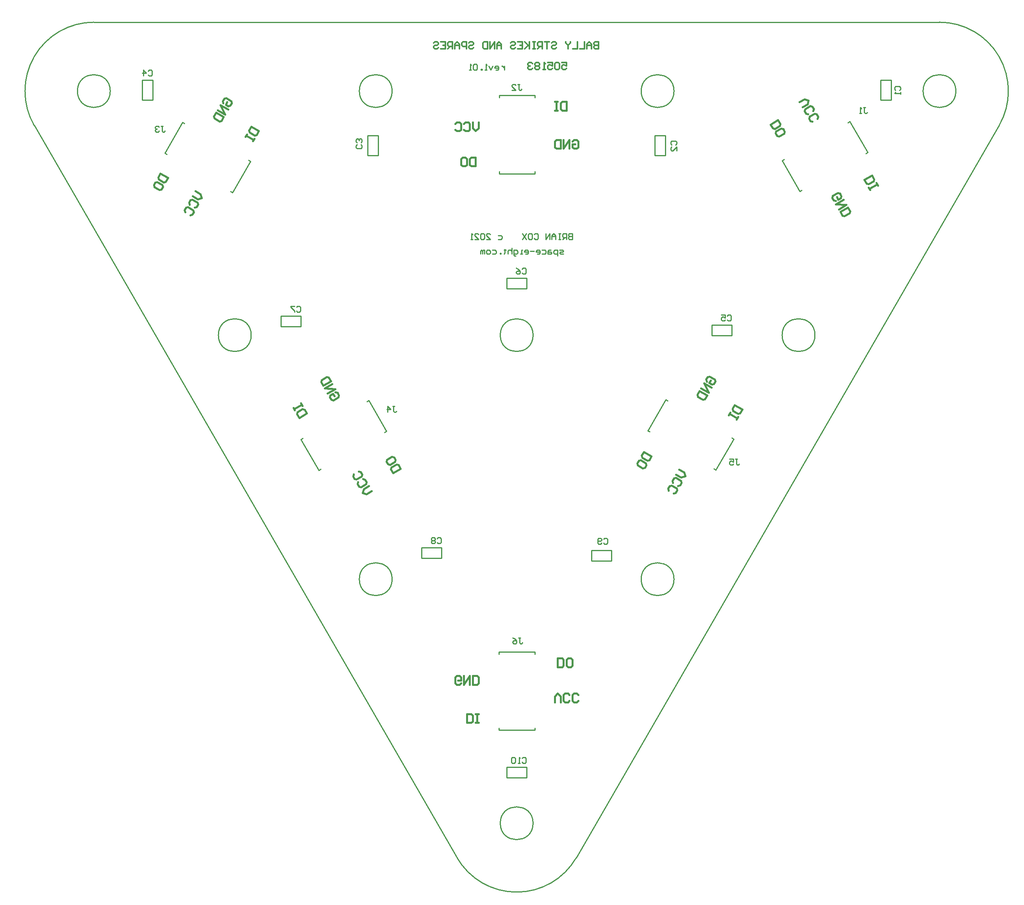
<source format=gbo>
%FSLAX25Y25*%
%MOIN*%
G70*
G01*
G75*
G04 Layer_Color=33789*
%ADD10P,0.08352X4X90.0*%
%ADD11P,0.08352X4X180.0*%
%ADD12C,0.05000*%
%ADD13C,0.02500*%
%ADD14C,0.16500*%
%ADD15C,0.04000*%
%ADD16C,0.12500*%
%ADD17R,0.05000X0.08000*%
%ADD18R,0.08000X0.05000*%
G04:AMPARAMS|DCode=19|XSize=122.05mil|YSize=177.16mil|CornerRadius=0mil|HoleSize=0mil|Usage=FLASHONLY|Rotation=210.000|XOffset=0mil|YOffset=0mil|HoleType=Round|Shape=Rectangle|*
%AMROTATEDRECTD19*
4,1,4,0.00856,0.10723,0.09714,-0.04620,-0.00856,-0.10723,-0.09714,0.04620,0.00856,0.10723,0.0*
%
%ADD19ROTATEDRECTD19*%

G04:AMPARAMS|DCode=20|XSize=122.05mil|YSize=177.16mil|CornerRadius=0mil|HoleSize=0mil|Usage=FLASHONLY|Rotation=150.000|XOffset=0mil|YOffset=0mil|HoleType=Round|Shape=Rectangle|*
%AMROTATEDRECTD20*
4,1,4,0.09714,0.04620,0.00856,-0.10723,-0.09714,-0.04620,-0.00856,0.10723,0.09714,0.04620,0.0*
%
%ADD20ROTATEDRECTD20*%

%ADD21R,0.17716X0.12205*%
%ADD22C,0.01000*%
%ADD23C,0.01200*%
%ADD24C,0.01500*%
D22*
X869122Y379880D02*
G03*
X970897Y379880I50888J29380D01*
G01*
X934010Y825818D02*
G03*
X934010Y825818I-14000J0D01*
G01*
Y409260D02*
G03*
X934010Y409260I-14000J0D01*
G01*
X559260Y1092857D02*
G03*
X508372Y1004717I0J-58760D01*
G01*
X813760Y1034097D02*
G03*
X813760Y1034097I-14000J0D01*
G01*
X573260D02*
G03*
X573260Y1034097I-14000J0D01*
G01*
X693510Y825818D02*
G03*
X693510Y825818I-14000J0D01*
G01*
X813760Y617539D02*
G03*
X813760Y617539I-14000J0D01*
G01*
X1294760Y1034097D02*
G03*
X1294760Y1034097I-14000J0D01*
G01*
X1054260D02*
G03*
X1054260Y1034097I-14000J0D01*
G01*
X1174510Y825818D02*
G03*
X1174510Y825818I-14000J0D01*
G01*
X1054260Y617539D02*
G03*
X1054260Y617539I-14000J0D01*
G01*
X1331647Y1004717D02*
G03*
X1280760Y1092857I-50888J29380D01*
G01*
X911484Y447984D02*
Y457016D01*
Y447984D02*
X928516D01*
Y457016D01*
X911484D02*
X928516D01*
X983984Y632984D02*
Y642016D01*
Y632984D02*
X1001016D01*
Y642016D01*
X983984D02*
X1001016D01*
X856016Y635484D02*
Y644516D01*
X838984D02*
X856016D01*
X838984Y635484D02*
Y644516D01*
Y635484D02*
X856016D01*
X736016Y832984D02*
Y842016D01*
X718984D02*
X736016D01*
X718984Y832984D02*
Y842016D01*
Y832984D02*
X736016D01*
X911484Y865484D02*
Y874516D01*
Y865484D02*
X928516D01*
Y874516D01*
X911484D02*
X928516D01*
X1230484Y1026484D02*
X1239516D01*
Y1043516D01*
X1230484D02*
X1239516D01*
X1230484Y1026484D02*
Y1043516D01*
X1037984Y978984D02*
X1047016D01*
Y996016D01*
X1037984D02*
X1047016D01*
X1037984Y978984D02*
Y996016D01*
X792984Y978984D02*
X802016D01*
Y996016D01*
X792984D02*
X802016D01*
X792984Y978984D02*
Y996016D01*
X600484Y1043516D02*
X609516D01*
X600484Y1026484D02*
Y1043516D01*
Y1026484D02*
X609516D01*
Y1043516D01*
X1086484Y825484D02*
Y834516D01*
Y825484D02*
X1103516D01*
Y834516D01*
X1086484D02*
X1103516D01*
X1161617Y948338D02*
X1163322Y949322D01*
X1146362Y974762D02*
X1161617Y948338D01*
X1146362Y974762D02*
X1148066Y975746D01*
X1217875Y980818D02*
X1219580Y981802D01*
X1204324Y1008226D02*
X1219580Y981802D01*
X1202619Y1007242D02*
X1204324Y1008226D01*
X792040Y769304D02*
X793744Y770288D01*
X809000Y743864D01*
X807296Y742880D02*
X809000Y743864D01*
X735782Y736824D02*
X737487Y737808D01*
X735782Y736824D02*
X751038Y710399D01*
X752743Y711384D01*
X1031920Y744303D02*
X1033625Y743318D01*
X1031920Y744303D02*
X1047176Y770726D01*
X1048881Y769742D01*
X1088178Y711822D02*
X1089882Y710838D01*
X1105138Y737262D01*
X1103434Y738246D02*
X1105138Y737262D01*
X905047Y1028370D02*
Y1030339D01*
X935559D01*
Y1028370D02*
Y1030339D01*
X905047Y963409D02*
Y965378D01*
Y963409D02*
X935559D01*
Y965378D01*
X935453Y488658D02*
Y490626D01*
X904941Y488658D02*
X935453D01*
X904941D02*
Y490626D01*
X935453Y553618D02*
Y555587D01*
X904941D02*
X935453D01*
X904941Y553618D02*
Y555587D01*
X619723Y981112D02*
X621428Y980128D01*
X619723Y981112D02*
X634979Y1007536D01*
X636684Y1006552D01*
X675981Y948632D02*
X677686Y947648D01*
X692942Y974072D01*
X691237Y975056D02*
X692942Y974072D01*
X559260Y1092857D02*
X1280760D01*
X508372Y1004717D02*
X869122Y379880D01*
X970897D02*
X1331647Y1004717D01*
X1106668Y719998D02*
X1108334D01*
X1107501D01*
Y715833D01*
X1108334Y715000D01*
X1109167D01*
X1110000Y715833D01*
X1101669Y719998D02*
X1105002D01*
Y717499D01*
X1103335Y718332D01*
X1102502D01*
X1101669Y717499D01*
Y715833D01*
X1102502Y715000D01*
X1104169D01*
X1105002Y715833D01*
X814168Y764998D02*
X815834D01*
X815001D01*
Y760833D01*
X815834Y760000D01*
X816667D01*
X817500Y760833D01*
X810002Y760000D02*
Y764998D01*
X812502Y762499D01*
X809169D01*
X1215709Y1020063D02*
X1217375D01*
X1216542D01*
Y1015897D01*
X1217375Y1015064D01*
X1218208D01*
X1219041Y1015897D01*
X1214043Y1015064D02*
X1212377D01*
X1213210D01*
Y1020063D01*
X1214043Y1019230D01*
X1099668Y842165D02*
X1100501Y842998D01*
X1102167D01*
X1103000Y842165D01*
Y838833D01*
X1102167Y838000D01*
X1100501D01*
X1099668Y838833D01*
X1094669Y842998D02*
X1098002D01*
Y840499D01*
X1096336Y841332D01*
X1095502D01*
X1094669Y840499D01*
Y838833D01*
X1095502Y838000D01*
X1097169D01*
X1098002Y838833D01*
X605668Y1051165D02*
X606501Y1051998D01*
X608167D01*
X609000Y1051165D01*
Y1047833D01*
X608167Y1047000D01*
X606501D01*
X605668Y1047833D01*
X601503Y1047000D02*
Y1051998D01*
X604002Y1049499D01*
X600669D01*
X787165Y988332D02*
X787998Y987499D01*
Y985833D01*
X787165Y985000D01*
X783833D01*
X783000Y985833D01*
Y987499D01*
X783833Y988332D01*
X787165Y989998D02*
X787998Y990831D01*
Y992498D01*
X787165Y993331D01*
X786332D01*
X785499Y992498D01*
Y991665D01*
Y992498D01*
X784666Y993331D01*
X783833D01*
X783000Y992498D01*
Y990831D01*
X783833Y989998D01*
X1052335Y988168D02*
X1051502Y989001D01*
Y990667D01*
X1052335Y991500D01*
X1055667D01*
X1056500Y990667D01*
Y989001D01*
X1055667Y988168D01*
X1056500Y983169D02*
Y986502D01*
X1053168Y983169D01*
X1052335D01*
X1051502Y984002D01*
Y985669D01*
X1052335Y986502D01*
X1243335Y1034668D02*
X1242502Y1035501D01*
Y1037167D01*
X1243335Y1038000D01*
X1246667D01*
X1247500Y1037167D01*
Y1035501D01*
X1246667Y1034668D01*
X1247500Y1033002D02*
Y1031336D01*
Y1032169D01*
X1242502D01*
X1243335Y1033002D01*
X920974Y1039898D02*
X922640D01*
X921807D01*
Y1035733D01*
X922640Y1034900D01*
X923473D01*
X924306Y1035733D01*
X915976Y1034900D02*
X919308D01*
X915976Y1038232D01*
Y1039065D01*
X916809Y1039898D01*
X918475D01*
X919308Y1039065D01*
X924668Y882165D02*
X925501Y882998D01*
X927167D01*
X928000Y882165D01*
Y878833D01*
X927167Y878000D01*
X925501D01*
X924668Y878833D01*
X919669Y882998D02*
X921336Y882165D01*
X923002Y880499D01*
Y878833D01*
X922169Y878000D01*
X920502D01*
X919669Y878833D01*
Y879666D01*
X920502Y880499D01*
X923002D01*
X732168Y849665D02*
X733001Y850498D01*
X734667D01*
X735500Y849665D01*
Y846333D01*
X734667Y845500D01*
X733001D01*
X732168Y846333D01*
X730502Y850498D02*
X727169D01*
Y849665D01*
X730502Y846333D01*
Y845500D01*
X852168Y652165D02*
X853001Y652998D01*
X854667D01*
X855500Y652165D01*
Y648833D01*
X854667Y648000D01*
X853001D01*
X852168Y648833D01*
X850502Y652165D02*
X849669Y652998D01*
X848002D01*
X847169Y652165D01*
Y651332D01*
X848002Y650499D01*
X847169Y649666D01*
Y648833D01*
X848002Y648000D01*
X849669D01*
X850502Y648833D01*
Y649666D01*
X849669Y650499D01*
X850502Y651332D01*
Y652165D01*
X849669Y650499D02*
X848002D01*
X994168Y651665D02*
X995001Y652498D01*
X996667D01*
X997500Y651665D01*
Y648333D01*
X996667Y647500D01*
X995001D01*
X994168Y648333D01*
X992502D02*
X991669Y647500D01*
X990002D01*
X989169Y648333D01*
Y651665D01*
X990002Y652498D01*
X991669D01*
X992502Y651665D01*
Y650832D01*
X991669Y649999D01*
X989169D01*
X924668Y464665D02*
X925501Y465498D01*
X927167D01*
X928000Y464665D01*
Y461333D01*
X927167Y460500D01*
X925501D01*
X924668Y461333D01*
X923002Y460500D02*
X921336D01*
X922169D01*
Y465498D01*
X923002Y464665D01*
X918836D02*
X918003Y465498D01*
X916337D01*
X915504Y464665D01*
Y461333D01*
X916337Y460500D01*
X918003D01*
X918836Y461333D01*
Y464665D01*
X921668Y567498D02*
X923334D01*
X922501D01*
Y563333D01*
X923334Y562500D01*
X924167D01*
X925000Y563333D01*
X916669Y567498D02*
X918336Y566665D01*
X920002Y564999D01*
Y563333D01*
X919169Y562500D01*
X917502D01*
X916669Y563333D01*
Y564166D01*
X917502Y564999D01*
X920002D01*
X616568Y1004298D02*
X618234D01*
X617401D01*
Y1000133D01*
X618234Y999300D01*
X619067D01*
X619900Y1000133D01*
X614902Y1003465D02*
X614069Y1004298D01*
X612402D01*
X611569Y1003465D01*
Y1002632D01*
X612402Y1001799D01*
X613236D01*
X612402D01*
X611569Y1000966D01*
Y1000133D01*
X612402Y999300D01*
X614069D01*
X614902Y1000133D01*
X960000Y895000D02*
X957501D01*
X956668Y895833D01*
X957501Y896666D01*
X959167D01*
X960000Y897499D01*
X959167Y898332D01*
X956668D01*
X955002Y893334D02*
Y898332D01*
X952502D01*
X951669Y897499D01*
Y895833D01*
X952502Y895000D01*
X955002D01*
X949170Y898332D02*
X947504D01*
X946671Y897499D01*
Y895000D01*
X949170D01*
X950003Y895833D01*
X949170Y896666D01*
X946671D01*
X941673Y898332D02*
X944172D01*
X945005Y897499D01*
Y895833D01*
X944172Y895000D01*
X941673D01*
X937507D02*
X939173D01*
X940007Y895833D01*
Y897499D01*
X939173Y898332D01*
X937507D01*
X936674Y897499D01*
Y896666D01*
X940007D01*
X935008Y897499D02*
X931676D01*
X927511Y895000D02*
X929177D01*
X930010Y895833D01*
Y897499D01*
X929177Y898332D01*
X927511D01*
X926678Y897499D01*
Y896666D01*
X930010D01*
X925011Y895000D02*
X923345D01*
X924178D01*
Y898332D01*
X925011D01*
X919180Y893334D02*
X918347D01*
X917514Y894167D01*
Y898332D01*
X920013D01*
X920846Y897499D01*
Y895833D01*
X920013Y895000D01*
X917514D01*
X915848Y899998D02*
Y895000D01*
Y897499D01*
X915015Y898332D01*
X913348D01*
X912515Y897499D01*
Y895000D01*
X910016Y899165D02*
Y898332D01*
X910849D01*
X909183D01*
X910016D01*
Y895833D01*
X909183Y895000D01*
X906684D02*
Y895833D01*
X905851D01*
Y895000D01*
X906684D01*
X899186Y898332D02*
X901686D01*
X902519Y897499D01*
Y895833D01*
X901686Y895000D01*
X899186D01*
X896687D02*
X895021D01*
X894188Y895833D01*
Y897499D01*
X895021Y898332D01*
X896687D01*
X897520Y897499D01*
Y895833D01*
X896687Y895000D01*
X892522D02*
Y898332D01*
X891689D01*
X890856Y897499D01*
Y895000D01*
Y897499D01*
X890023Y898332D01*
X889190Y897499D01*
Y895000D01*
X909619Y1055336D02*
Y1052004D01*
Y1053670D01*
X908786Y1054503D01*
X907953Y1055336D01*
X907120D01*
X902122Y1052004D02*
X903788D01*
X904621Y1052837D01*
Y1054503D01*
X903788Y1055336D01*
X902122D01*
X901289Y1054503D01*
Y1053670D01*
X904621D01*
X899623Y1055336D02*
X897956Y1052004D01*
X896290Y1055336D01*
X894624Y1052004D02*
X892958D01*
X893791D01*
Y1057002D01*
X894624Y1056169D01*
X890459Y1052004D02*
Y1052837D01*
X889626D01*
Y1052004D01*
X890459D01*
X886294Y1056169D02*
X885460Y1057002D01*
X883794D01*
X882961Y1056169D01*
Y1052837D01*
X883794Y1052004D01*
X885460D01*
X886294Y1052837D01*
Y1056169D01*
X881295Y1052004D02*
X879629D01*
X880462D01*
Y1057002D01*
X881295Y1056169D01*
X967500Y912498D02*
Y907500D01*
X965001D01*
X964168Y908333D01*
Y909166D01*
X965001Y909999D01*
X967500D01*
X965001D01*
X964168Y910832D01*
Y911665D01*
X965001Y912498D01*
X967500D01*
X962502Y907500D02*
Y912498D01*
X960002D01*
X959169Y911665D01*
Y909999D01*
X960002Y909166D01*
X962502D01*
X960835D02*
X959169Y907500D01*
X957503Y912498D02*
X955837D01*
X956670D01*
Y907500D01*
X957503D01*
X955837D01*
X953338D02*
Y910832D01*
X951672Y912498D01*
X950006Y910832D01*
Y907500D01*
Y909999D01*
X953338D01*
X948339Y907500D02*
Y912498D01*
X945007Y907500D01*
Y912498D01*
X935011Y911665D02*
X935844Y912498D01*
X937510D01*
X938343Y911665D01*
Y908333D01*
X937510Y907500D01*
X935844D01*
X935011Y908333D01*
X930845Y912498D02*
X932511D01*
X933344Y911665D01*
Y908333D01*
X932511Y907500D01*
X930845D01*
X930012Y908333D01*
Y911665D01*
X930845Y912498D01*
X928346D02*
X925014Y907500D01*
Y912498D02*
X928346Y907500D01*
X904168Y910832D02*
X906667D01*
X907500Y909999D01*
Y908333D01*
X906667Y907500D01*
X904168D01*
X894171D02*
X897503D01*
X894171Y910832D01*
Y911665D01*
X895004Y912498D01*
X896670D01*
X897503Y911665D01*
X892505D02*
X891672Y912498D01*
X890006D01*
X889173Y911665D01*
Y908333D01*
X890006Y907500D01*
X891672D01*
X892505Y908333D01*
Y911665D01*
X884174Y907500D02*
X887506D01*
X884174Y910832D01*
Y911665D01*
X885007Y912498D01*
X886673D01*
X887506Y911665D01*
X882508Y907500D02*
X880842D01*
X881675D01*
Y912498D01*
X882508Y911665D01*
D23*
X990000Y1075998D02*
Y1070000D01*
X987001D01*
X986001Y1071000D01*
Y1071999D01*
X987001Y1072999D01*
X990000D01*
X987001D01*
X986001Y1073999D01*
Y1074998D01*
X987001Y1075998D01*
X990000D01*
X984002Y1070000D02*
Y1073999D01*
X982003Y1075998D01*
X980003Y1073999D01*
Y1070000D01*
Y1072999D01*
X984002D01*
X978004Y1075998D02*
Y1070000D01*
X974005D01*
X972006Y1075998D02*
Y1070000D01*
X968007D01*
X966008Y1075998D02*
Y1074998D01*
X964008Y1072999D01*
X962009Y1074998D01*
Y1075998D01*
X964008Y1072999D02*
Y1070000D01*
X950013Y1074998D02*
X951013Y1075998D01*
X953012D01*
X954012Y1074998D01*
Y1073999D01*
X953012Y1072999D01*
X951013D01*
X950013Y1071999D01*
Y1071000D01*
X951013Y1070000D01*
X953012D01*
X954012Y1071000D01*
X948014Y1075998D02*
X944015D01*
X946014D01*
Y1070000D01*
X942015D02*
Y1075998D01*
X939017D01*
X938017Y1074998D01*
Y1072999D01*
X939017Y1071999D01*
X942015D01*
X940016D02*
X938017Y1070000D01*
X936018Y1075998D02*
X934018D01*
X935018D01*
Y1070000D01*
X936018D01*
X934018D01*
X931019Y1075998D02*
Y1070000D01*
Y1071999D01*
X927020Y1075998D01*
X930019Y1072999D01*
X927020Y1070000D01*
X921022Y1075998D02*
X925021D01*
Y1070000D01*
X921022D01*
X925021Y1072999D02*
X923022D01*
X915024Y1074998D02*
X916024Y1075998D01*
X918023D01*
X919023Y1074998D01*
Y1073999D01*
X918023Y1072999D01*
X916024D01*
X915024Y1071999D01*
Y1071000D01*
X916024Y1070000D01*
X918023D01*
X919023Y1071000D01*
X907027Y1070000D02*
Y1073999D01*
X905027Y1075998D01*
X903028Y1073999D01*
Y1070000D01*
Y1072999D01*
X907027D01*
X901029Y1070000D02*
Y1075998D01*
X897030Y1070000D01*
Y1075998D01*
X895031D02*
Y1070000D01*
X892032D01*
X891032Y1071000D01*
Y1074998D01*
X892032Y1075998D01*
X895031D01*
X879036Y1074998D02*
X880036Y1075998D01*
X882035D01*
X883035Y1074998D01*
Y1073999D01*
X882035Y1072999D01*
X880036D01*
X879036Y1071999D01*
Y1071000D01*
X880036Y1070000D01*
X882035D01*
X883035Y1071000D01*
X877036Y1070000D02*
Y1075998D01*
X874037D01*
X873038Y1074998D01*
Y1072999D01*
X874037Y1071999D01*
X877036D01*
X871039Y1070000D02*
Y1073999D01*
X869039Y1075998D01*
X867040Y1073999D01*
Y1070000D01*
Y1072999D01*
X871039D01*
X865040Y1070000D02*
Y1075998D01*
X862041D01*
X861042Y1074998D01*
Y1072999D01*
X862041Y1071999D01*
X865040D01*
X863041D02*
X861042Y1070000D01*
X855044Y1075998D02*
X859042D01*
Y1070000D01*
X855044D01*
X859042Y1072999D02*
X857043D01*
X849046Y1074998D02*
X850045Y1075998D01*
X852045D01*
X853044Y1074998D01*
Y1073999D01*
X852045Y1072999D01*
X850045D01*
X849046Y1071999D01*
Y1071000D01*
X850045Y1070000D01*
X852045D01*
X853044Y1071000D01*
X958501Y1058498D02*
X962500D01*
Y1055499D01*
X960501Y1056499D01*
X959501D01*
X958501Y1055499D01*
Y1053500D01*
X959501Y1052500D01*
X961500D01*
X962500Y1053500D01*
X956502Y1057498D02*
X955502Y1058498D01*
X953503D01*
X952503Y1057498D01*
Y1053500D01*
X953503Y1052500D01*
X955502D01*
X956502Y1053500D01*
Y1057498D01*
X946505Y1058498D02*
X950504D01*
Y1055499D01*
X948505Y1056499D01*
X947505D01*
X946505Y1055499D01*
Y1053500D01*
X947505Y1052500D01*
X949504D01*
X950504Y1053500D01*
X944506Y1052500D02*
X942507D01*
X943506D01*
Y1058498D01*
X944506Y1057498D01*
X939507D02*
X938508Y1058498D01*
X936508D01*
X935509Y1057498D01*
Y1056499D01*
X936508Y1055499D01*
X935509Y1054499D01*
Y1053500D01*
X936508Y1052500D01*
X938508D01*
X939507Y1053500D01*
Y1054499D01*
X938508Y1055499D01*
X939507Y1056499D01*
Y1057498D01*
X938508Y1055499D02*
X936508D01*
X933509Y1057498D02*
X932510Y1058498D01*
X930510D01*
X929511Y1057498D01*
Y1056499D01*
X930510Y1055499D01*
X931510D01*
X930510D01*
X929511Y1054499D01*
Y1053500D01*
X930510Y1052500D01*
X932510D01*
X933509Y1053500D01*
D24*
X1216594Y958441D02*
X1223087Y962190D01*
X1224961Y958943D01*
X1224504Y957236D01*
X1220175Y954737D01*
X1218468Y955194D01*
X1216594Y958441D01*
X1220343Y951948D02*
X1221592Y949784D01*
X1220967Y950866D01*
X1227460Y954615D01*
X1226836Y955697D01*
X1228085Y953532D01*
X1192172Y940360D02*
X1190465Y940818D01*
X1189215Y942982D01*
X1189673Y944689D01*
X1194002Y947188D01*
X1195709Y946731D01*
X1196958Y944566D01*
X1196501Y942859D01*
X1194337Y941610D01*
X1193087Y943774D01*
X1198833Y941320D02*
X1192340Y937571D01*
X1201332Y936991D01*
X1194839Y933242D01*
X1196088Y931078D02*
X1202581Y934827D01*
X1204456Y931580D01*
X1203998Y929873D01*
X1199670Y927374D01*
X1197963Y927831D01*
X1196088Y931078D01*
X1161258Y1024690D02*
X1165587Y1027189D01*
X1169001Y1026274D01*
X1168086Y1022860D01*
X1163758Y1020361D01*
X1168589Y1014493D02*
X1166882Y1014950D01*
X1165632Y1017115D01*
X1166089Y1018822D01*
X1170418Y1021321D01*
X1172125Y1020863D01*
X1173375Y1018699D01*
X1172917Y1016992D01*
X1172337Y1008000D02*
X1170630Y1008457D01*
X1169381Y1010621D01*
X1169838Y1012328D01*
X1174167Y1014828D01*
X1175874Y1014370D01*
X1177124Y1012206D01*
X1176666Y1010499D01*
X1136510Y1005628D02*
X1143003Y1009377D01*
X1144877Y1006131D01*
X1144420Y1004424D01*
X1140091Y1001924D01*
X1138384Y1002382D01*
X1136510Y1005628D01*
X1142133Y995889D02*
X1140884Y998053D01*
X1141341Y999760D01*
X1145670Y1002259D01*
X1147377Y1001802D01*
X1148626Y999638D01*
X1148169Y997931D01*
X1143840Y995431D01*
X1142133Y995889D01*
X820990Y711872D02*
X814497Y708123D01*
X812623Y711369D01*
X813080Y713076D01*
X817409Y715576D01*
X819116Y715118D01*
X820990Y711872D01*
X815367Y721611D02*
X816617Y719447D01*
X816159Y717740D01*
X811830Y715241D01*
X810123Y715698D01*
X808874Y717863D01*
X809331Y719569D01*
X813660Y722069D01*
X815367Y721611D01*
X796242Y692810D02*
X791913Y690311D01*
X788499Y691226D01*
X789414Y694640D01*
X793742Y697139D01*
X788911Y703007D02*
X790618Y702550D01*
X791868Y700386D01*
X791411Y698678D01*
X787082Y696179D01*
X785375Y696637D01*
X784125Y698801D01*
X784583Y700508D01*
X785163Y709500D02*
X786870Y709043D01*
X788119Y706879D01*
X787662Y705172D01*
X783333Y702672D01*
X781626Y703130D01*
X780376Y705294D01*
X780834Y707001D01*
X765328Y777140D02*
X767035Y776683D01*
X768285Y774518D01*
X767827Y772811D01*
X763498Y770312D01*
X761791Y770769D01*
X760542Y772934D01*
X760999Y774641D01*
X763164Y775890D01*
X764413Y773726D01*
X758667Y776180D02*
X765161Y779929D01*
X756168Y780509D01*
X762661Y784258D01*
X761412Y786422D02*
X754919Y782673D01*
X753044Y785920D01*
X753502Y787627D01*
X757830Y790126D01*
X759537Y789669D01*
X761412Y786422D01*
X740906Y759059D02*
X734413Y755310D01*
X732539Y758557D01*
X732996Y760264D01*
X737325Y762763D01*
X739032Y762305D01*
X740906Y759059D01*
X737157Y765552D02*
X735908Y767716D01*
X736533Y766634D01*
X730040Y762885D01*
X730664Y761803D01*
X729415Y763968D01*
X1028507Y726249D02*
X1035000Y722500D01*
X1033126Y719253D01*
X1031419Y718796D01*
X1027090Y721295D01*
X1026632Y723002D01*
X1028507Y726249D01*
X1022884Y716509D02*
X1024133Y718674D01*
X1025840Y719131D01*
X1030169Y716632D01*
X1030626Y714925D01*
X1029377Y712760D01*
X1027670Y712303D01*
X1023341Y714802D01*
X1022884Y716509D01*
X1058507Y711249D02*
X1062836Y708750D01*
X1063750Y705336D01*
X1060336Y704421D01*
X1056008Y706920D01*
X1053341Y699802D02*
X1052884Y701509D01*
X1054133Y703674D01*
X1055840Y704131D01*
X1060169Y701632D01*
X1060626Y699925D01*
X1059377Y697760D01*
X1057670Y697303D01*
X1049592Y693309D02*
X1049135Y695016D01*
X1050385Y697180D01*
X1052092Y697638D01*
X1056420Y695139D01*
X1056878Y693432D01*
X1055628Y691267D01*
X1053921Y690810D01*
X1082090Y786295D02*
X1081633Y788002D01*
X1082882Y790167D01*
X1084589Y790624D01*
X1088918Y788125D01*
X1089375Y786418D01*
X1088126Y784253D01*
X1086419Y783796D01*
X1084254Y785046D01*
X1085504Y787210D01*
X1086251Y781007D02*
X1079758Y784756D01*
X1083752Y776678D01*
X1077259Y780427D01*
X1076009Y778263D02*
X1082502Y774514D01*
X1080628Y771267D01*
X1078921Y770810D01*
X1074592Y773309D01*
X1074135Y775016D01*
X1076009Y778263D01*
X1106007Y766249D02*
X1112500Y762500D01*
X1110626Y759253D01*
X1108919Y758796D01*
X1104590Y761295D01*
X1104132Y763002D01*
X1106007Y766249D01*
X1102258Y759756D02*
X1101009Y757591D01*
X1101633Y758673D01*
X1108126Y754925D01*
X1108751Y756007D01*
X1107502Y753842D01*
X693507Y1003749D02*
X700000Y1000000D01*
X698126Y996753D01*
X696419Y996296D01*
X692090Y998795D01*
X691633Y1000502D01*
X693507Y1003749D01*
X689758Y997256D02*
X688509Y995091D01*
X689133Y996173D01*
X695626Y992425D01*
X696251Y993507D01*
X695002Y991343D01*
X669590Y1023795D02*
X669133Y1025502D01*
X670382Y1027667D01*
X672089Y1028124D01*
X676418Y1025625D01*
X676875Y1023918D01*
X675626Y1021753D01*
X673919Y1021296D01*
X671754Y1022546D01*
X673004Y1024710D01*
X673751Y1018507D02*
X667258Y1022256D01*
X671252Y1014178D01*
X664759Y1017927D01*
X663509Y1015763D02*
X670002Y1012014D01*
X668128Y1008767D01*
X666421Y1008310D01*
X662092Y1010809D01*
X661635Y1012516D01*
X663509Y1015763D01*
X646007Y948749D02*
X650336Y946250D01*
X651250Y942836D01*
X647836Y941921D01*
X643508Y944420D01*
X640841Y937302D02*
X640384Y939009D01*
X641633Y941173D01*
X643340Y941631D01*
X647669Y939132D01*
X648126Y937425D01*
X646877Y935260D01*
X645170Y934803D01*
X637092Y930809D02*
X636635Y932516D01*
X637885Y934680D01*
X639592Y935138D01*
X643920Y932639D01*
X644378Y930932D01*
X643128Y928767D01*
X641421Y928310D01*
X616007Y963749D02*
X622500Y960000D01*
X620626Y956753D01*
X618919Y956296D01*
X614590Y958795D01*
X614132Y960502D01*
X616007Y963749D01*
X610384Y954009D02*
X611633Y956174D01*
X613340Y956631D01*
X617669Y954132D01*
X618126Y952425D01*
X616877Y950260D01*
X615170Y949803D01*
X610841Y952302D01*
X610384Y954009D01*
X962500Y1024998D02*
Y1017500D01*
X958751D01*
X957502Y1018750D01*
Y1023748D01*
X958751Y1024998D01*
X962500D01*
X955002D02*
X952503D01*
X953753D01*
Y1017500D01*
X955002D01*
X952503D01*
X967502Y991248D02*
X968751Y992498D01*
X971250D01*
X972500Y991248D01*
Y986250D01*
X971250Y985000D01*
X968751D01*
X967502Y986250D01*
Y988749D01*
X970001D01*
X965002Y985000D02*
Y992498D01*
X960004Y985000D01*
Y992498D01*
X957505D02*
Y985000D01*
X953756D01*
X952507Y986250D01*
Y991248D01*
X953756Y992498D01*
X957505D01*
X887500Y1007498D02*
Y1002499D01*
X885001Y1000000D01*
X882502Y1002499D01*
Y1007498D01*
X875004Y1006248D02*
X876254Y1007498D01*
X878753D01*
X880002Y1006248D01*
Y1001250D01*
X878753Y1000000D01*
X876254D01*
X875004Y1001250D01*
X867507Y1006248D02*
X868756Y1007498D01*
X871255D01*
X872505Y1006248D01*
Y1001250D01*
X871255Y1000000D01*
X868756D01*
X867507Y1001250D01*
X885000Y977498D02*
Y970000D01*
X881251D01*
X880002Y971250D01*
Y976248D01*
X881251Y977498D01*
X885000D01*
X873754D02*
X876253D01*
X877502Y976248D01*
Y971250D01*
X876253Y970000D01*
X873754D01*
X872504Y971250D01*
Y976248D01*
X873754Y977498D01*
X955000Y542502D02*
Y550000D01*
X958749D01*
X959998Y548750D01*
Y543752D01*
X958749Y542502D01*
X955000D01*
X966246D02*
X963747D01*
X962498Y543752D01*
Y548750D01*
X963747Y550000D01*
X966246D01*
X967496Y548750D01*
Y543752D01*
X966246Y542502D01*
X952500Y512502D02*
Y517501D01*
X954999Y520000D01*
X957498Y517501D01*
Y512502D01*
X964996Y513752D02*
X963746Y512502D01*
X961247D01*
X959998Y513752D01*
Y518750D01*
X961247Y520000D01*
X963746D01*
X964996Y518750D01*
X972493Y513752D02*
X971244Y512502D01*
X968745D01*
X967495Y513752D01*
Y518750D01*
X968745Y520000D01*
X971244D01*
X972493Y518750D01*
X872498Y528752D02*
X871249Y527502D01*
X868750D01*
X867500Y528752D01*
Y533750D01*
X868750Y535000D01*
X871249D01*
X872498Y533750D01*
Y531251D01*
X869999D01*
X874998Y535000D02*
Y527502D01*
X879996Y535000D01*
Y527502D01*
X882495D02*
Y535000D01*
X886244D01*
X887494Y533750D01*
Y528752D01*
X886244Y527502D01*
X882495D01*
X877500Y495002D02*
Y502500D01*
X881249D01*
X882498Y501250D01*
Y496252D01*
X881249Y495002D01*
X877500D01*
X884998D02*
X887497D01*
X886247D01*
Y502500D01*
X884998D01*
X887497D01*
M02*

</source>
